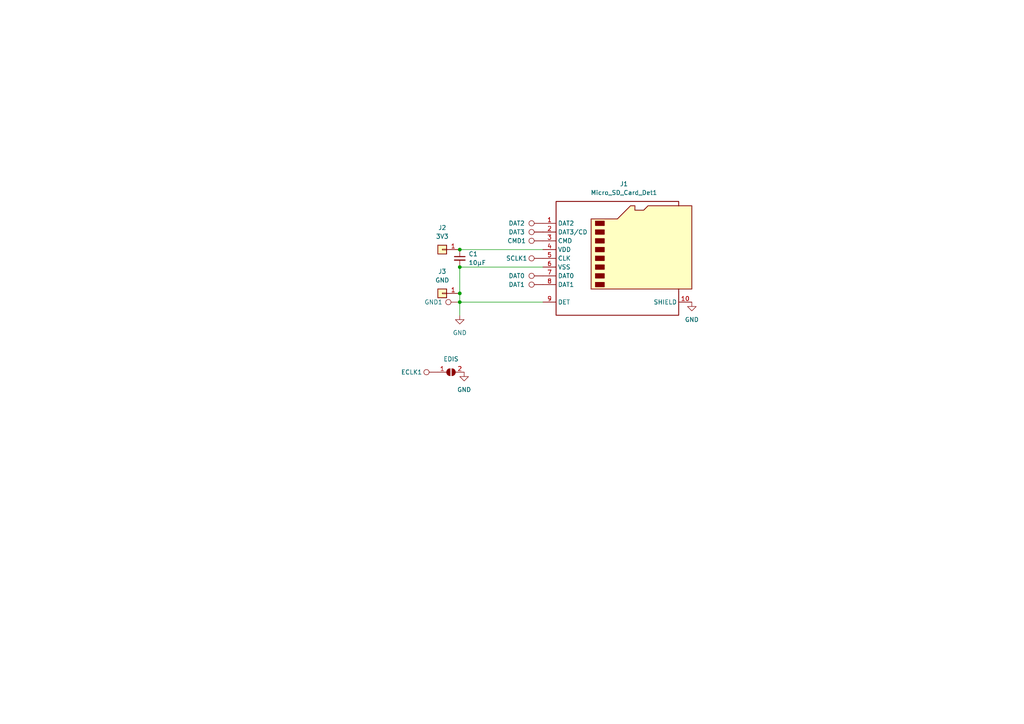
<source format=kicad_sch>
(kicad_sch (version 20230121) (generator eeschema)
  (paper "A4")
  (lib_symbols
    (symbol "Connector:Micro_SD_Card_Det1"
      (property "Reference" "J" (at -16.51 17.78 0))
      (property "Value" "Micro_SD_Card_Det1" (at 16.51 17.78 0))
      (symbol "Micro_SD_Card_Det1_0_1"
        (rectangle (start -7.62 -6.985) (end -5.08 -8.255) (stroke (width 0.254)) (fill (type outline)))
        (rectangle (start -7.62 -4.445) (end -5.08 -5.715) (stroke (width 0.254)) (fill (type outline)))
        (rectangle (start -7.62 -1.905) (end -5.08 -3.175) (stroke (width 0.254)) (fill (type outline)))
        (rectangle (start -7.62 0.635) (end -5.08 -0.635) (stroke (width 0.254)) (fill (type outline)))
        (rectangle (start -7.62 3.175) (end -5.08 1.905) (stroke (width 0.254)) (fill (type outline)))
        (rectangle (start -7.62 5.715) (end -5.08 4.445) (stroke (width 0.254)) (fill (type outline)))
        (rectangle (start -7.62 8.255) (end -5.08 6.985) (stroke (width 0.254)) (fill (type outline)))
        (rectangle (start -7.62 10.795) (end -5.08 9.525) (stroke (width 0.254)) (fill (type outline)))
        (polyline (pts (xy 16.51 15.24) (xy 16.51 16.51) (xy -19.05 16.51) (xy -19.05 -16.51) (xy 16.51 -16.51) (xy 16.51 -8.89)) (stroke (width 0.254)))
        (polyline (pts (xy -8.89 -8.89) (xy -8.89 11.43) (xy -1.27 11.43) (xy 2.54 15.24) (xy 3.81 15.24) (xy 3.81 13.97) (xy 6.35 13.97) (xy 7.62 15.24) (xy 20.32 15.24) (xy 20.32 -8.89) (xy -8.89 -8.89)) (stroke (width 0.254)) (fill (type background)))
      )
      (symbol "Micro_SD_Card_Det1_1_1"
        (pin bidirectional line (at -22.86 10.16 0) (length 3.81) (name "DAT2") (number "1"))
        (pin passive line (at 20.32 -12.7 180) (length 3.81) (name "SHIELD") (number "10"))
        (pin bidirectional line (at -22.86 7.62 0) (length 3.81) (name "DAT3/CD") (number "2"))
        (pin input line (at -22.86 5.08 0) (length 3.81) (name "CMD") (number "3"))
        (pin power_in line (at -22.86 2.54 0) (length 3.81) (name "VDD") (number "4"))
        (pin input line (at -22.86 0 0) (length 3.81) (name "CLK") (number "5"))
        (pin power_in line (at -22.86 -2.54 0) (length 3.81) (name "VSS") (number "6"))
        (pin bidirectional line (at -22.86 -5.08 0) (length 3.81) (name "DAT0") (number "7"))
        (pin bidirectional line (at -22.86 -7.62 0) (length 3.81) (name "DAT1") (number "8"))
        (pin passive line (at -22.86 -12.7 0) (length 3.81) (name "DET") (number "9"))
      )
    )
    (symbol "Connector:TestPoint" (pin_numbers hide) (pin_names (offset 0.762) hide)
      (property "Reference" "TP" (at 0 6.858 0))
      (property "Value" "TestPoint" (at 0 5.08 0))
      (symbol "TestPoint_0_1"
        (circle (center 0 3.302) (radius 0.762))
      )
      (symbol "TestPoint_1_1"
        (pin passive line (at 0 0 90) (length 2.54) (name "1") (number "1"))
      )
    )
    (symbol "Connector_Generic:Conn_01x01" (pin_names (offset 1.016) hide)
      (property "Reference" "J" (at 0 2.54 0))
      (property "Value" "Conn_01x01" (at 0 -2.54 0))
      (symbol "Conn_01x01_1_1"
        (rectangle (start -1.27 0.127) (end 0 -0.127) (stroke (width 0.1524)))
        (rectangle (start -1.27 1.27) (end 1.27 -1.27) (stroke (width 0.254)) (fill (type background)))
        (pin passive line (at -5.08 0 0) (length 3.81) (name "Pin_1") (number "1"))
      )
    )
    (symbol "Device:C_Small" (pin_numbers hide) (pin_names (offset 0.254) hide)
      (property "Reference" "C" (at 0.254 1.778 0))
      (property "Value" "C_Small" (at 0.254 -2.032 0))
      (symbol "C_Small_0_1"
        (polyline (pts (xy -1.524 -0.508) (xy 1.524 -0.508)) (stroke (width 0.3302)))
        (polyline (pts (xy -1.524 0.508) (xy 1.524 0.508)) (stroke (width 0.3048)))
      )
      (symbol "C_Small_1_1"
        (pin passive line (at 0 2.54 270) (length 2.032) (name "~") (number "1"))
        (pin passive line (at 0 -2.54 90) (length 2.032) (name "~") (number "2"))
      )
    )
    (symbol "Jumper:SolderJumper_2_Open" (pin_names (offset 0) hide)
      (property "Reference" "JP" (at 0 2.032 0))
      (property "Value" "SolderJumper_2_Open" (at 0 -2.54 0))
      (symbol "SolderJumper_2_Open_0_1"
        (arc (start -0.254 1.016) (mid -1.2656 0) (end -0.254 -1.016))
        (arc (start -0.254 1.016) (mid -1.2656 0) (end -0.254 -1.016) (fill (type outline)))
        (polyline (pts (xy -0.254 1.016) (xy -0.254 -1.016)))
        (polyline (pts (xy 0.254 1.016) (xy 0.254 -1.016)))
        (arc (start 0.254 -1.016) (mid 1.2656 0) (end 0.254 1.016))
        (arc (start 0.254 -1.016) (mid 1.2656 0) (end 0.254 1.016) (fill (type outline)))
      )
      (symbol "SolderJumper_2_Open_1_1"
        (pin passive line (at -3.81 0 0) (length 2.54) (name "A") (number "1"))
        (pin passive line (at 3.81 0 180) (length 2.54) (name "B") (number "2"))
      )
    )
    (symbol "power:GND" (power) (pin_names (offset 0))
      (property "Value" "GND" (at 0 -3.81 0))
      (symbol "GND_0_1"
        (polyline (pts (xy 0 0) (xy 0 -1.27) (xy 1.27 -1.27) (xy 0 -2.54) (xy -1.27 -1.27) (xy 0 -1.27)))
      )
      (symbol "GND_1_1"
        (pin power_in line (at 0 0 270) (length 0) hide (name "GND") (number "1"))
      )
    )
  )
  (junction (at 133.35 72.39))
  (junction (at 133.35 77.47))
  (junction (at 133.35 85.09))
  (junction (at 133.35 87.63))
  (wire (pts (xy 133.35 77.47) (xy 133.35 85.09)))
  (wire (pts (xy -15.24 -1.27) (xy 146.05 -1.27)))
  (wire (pts (xy 133.35 72.39) (xy 157.48 72.39)))
  (wire (pts (xy 133.35 87.63) (xy 157.48 87.63)))
  (wire (pts (xy 133.35 85.09) (xy 133.35 87.63)))
  (wire (pts (xy 133.35 77.47) (xy 157.48 77.47)))
  (wire (pts (xy 133.35 87.63) (xy 133.35 91.44)))
  (symbol (lib_id "Connector:TestPoint") (at 157.48 74.93 90) (unit 1)
    (property "Reference" "SCLK1" (at 149.86 74.93 90))
    (property "Value" "SCLK" (effects hide))
    (property "Footprint" "TestPoint:TestPoint_Pad_D2.0mm" (effects hide))
  )
  (symbol (lib_id "Connector:TestPoint") (at 133.35 87.63 90) (unit 1)
    (property "Reference" "GND1" (at 125.73 87.63 90))
    (property "Value" "GND" (effects hide))
    (property "Footprint" "TestPoint:TestPoint_Pad_D2.0mm" (effects hide))
  )
  (symbol (lib_id "Connector:Micro_SD_Card_Det1") (at 180.34 74.93 0) (unit 1)
    (property "Reference" "J1" (at 180.975 53.34 0))
    (property "Value" "Micro_SD_Card_Det1" (at 180.975 55.88 0))
    (property "Footprint" "SD-Slot:microSD-Receptacle-SelfEject-mod" (effects hide))
    (property "Datasheet" "https://datasheet.lcsc.com/lcsc/2110151630_XKB-Connectivity-XKTF-015-N_C381082.pdf" (effects hide))
  )
  (symbol (lib_id "Device:C_Small") (at 133.35 74.93 0) (unit 1)
    (property "Reference" "C1" (at 135.89 73.6663 0) (effects (justify left)))
    (property "Value" "10µF" (at 135.89 76.2063 0) (effects (justify left)))
    (property "Footprint" "Capacitor_SMD:C_0805_2012Metric_Pad1.18x1.45mm_HandSolder" (effects hide))
  )
  (symbol (lib_id "Connector:TestPoint") (at 157.48 69.85 90) (unit 1)
    (property "Reference" "CMD1" (at 149.86 69.85 90))
    (property "Value" "CMD" (effects hide))
    (property "Footprint" "TestPoint:TestPoint_Pad_D2.0mm" (effects hide))
  )
  (symbol (lib_id "Jumper:SolderJumper_2_Open") (at 130.81 107.95 0) (unit 1)
    (property "Reference" "JP1" (effects hide))
    (property "Value" "EDIS" (at 130.81 104.14 0))
    (property "Footprint" "Jumper:SolderJumper-2_P1.3mm_Open_TrianglePad1.0x1.5mm" (effects hide))
  )
  (symbol (lib_id "power:GND") (at 200.66 87.63 0) (unit 1)
    (property "Reference" "#PWR02" (effects hide))
    (property "Value" "GND" (at 200.66 92.71 0))
  )
  (symbol (lib_id "Connector:TestPoint") (at 157.48 67.31 90) (unit 1)
    (property "Reference" "DAT3" (at 149.86 67.31 90))
    (property "Value" "TestPoint" (effects hide))
    (property "Footprint" "TestPoint:TestPoint_Pad_D2.0mm" (effects hide))
  )
  (symbol (lib_id "power:GND") (at 134.62 107.95 0) (unit 1)
    (property "Reference" "#PWR03" (effects hide))
    (property "Value" "GND" (at 134.62 113.03 0))
  )
  (symbol (lib_id "power:GND") (at 133.35 91.44 0) (unit 1)
    (property "Reference" "#PWR01" (effects hide))
    (property "Value" "GND" (at 133.35 96.52 0))
  )
  (symbol (lib_id "Connector:TestPoint") (at 157.48 80.01 90) (unit 1)
    (property "Reference" "DAT0" (at 149.86 80.01 90))
    (property "Value" "TestPoint" (effects hide))
    (property "Footprint" "TestPoint:TestPoint_Pad_D2.0mm" (effects hide))
  )
  (symbol (lib_id "Connector_Generic:Conn_01x01") (at 128.27 72.39 180) (unit 1)
    (property "Reference" "J2" (at 128.27 66.04 0))
    (property "Value" "3V3" (at 128.27 68.58 0))
    (property "Footprint" "TestPoint:TestPoint_Pad_D2.5mm" (effects hide))
  )
  (symbol (lib_id "Connector:TestPoint") (at 127 107.95 90) (unit 1)
    (property "Reference" "ECLK1" (at 119.38 107.95 90))
    (property "Value" "ECLK" (effects hide))
    (property "Footprint" "TestPoint:TestPoint_Pad_D2.0mm" (effects hide))
  )
  (symbol (lib_id "Connector:TestPoint") (at 157.48 82.55 90) (unit 1)
    (property "Reference" "DAT1" (at 149.86 82.55 90))
    (property "Value" "TestPoint" (effects hide))
    (property "Footprint" "TestPoint:TestPoint_Pad_D2.0mm" (effects hide))
  )
  (symbol (lib_id "Connector_Generic:Conn_01x01") (at 128.27 85.09 180) (unit 1)
    (property "Reference" "J3" (at 128.27 78.74 0))
    (property "Value" "GND" (at 128.27 81.28 0))
    (property "Footprint" "Connector_Wire:SolderWire-2.5sqmm_1x01_D2.4mm_OD3.6mm" (effects hide))
  )
  (symbol (lib_id "Connector:TestPoint") (at 157.48 64.77 90) (unit 1)
    (property "Reference" "DAT2" (at 149.86 64.77 90))
    (property "Value" "TestPoint" (effects hide))
    (property "Footprint" "TestPoint:TestPoint_Pad_D2.0mm" (effects hide))
  )
)
</source>
